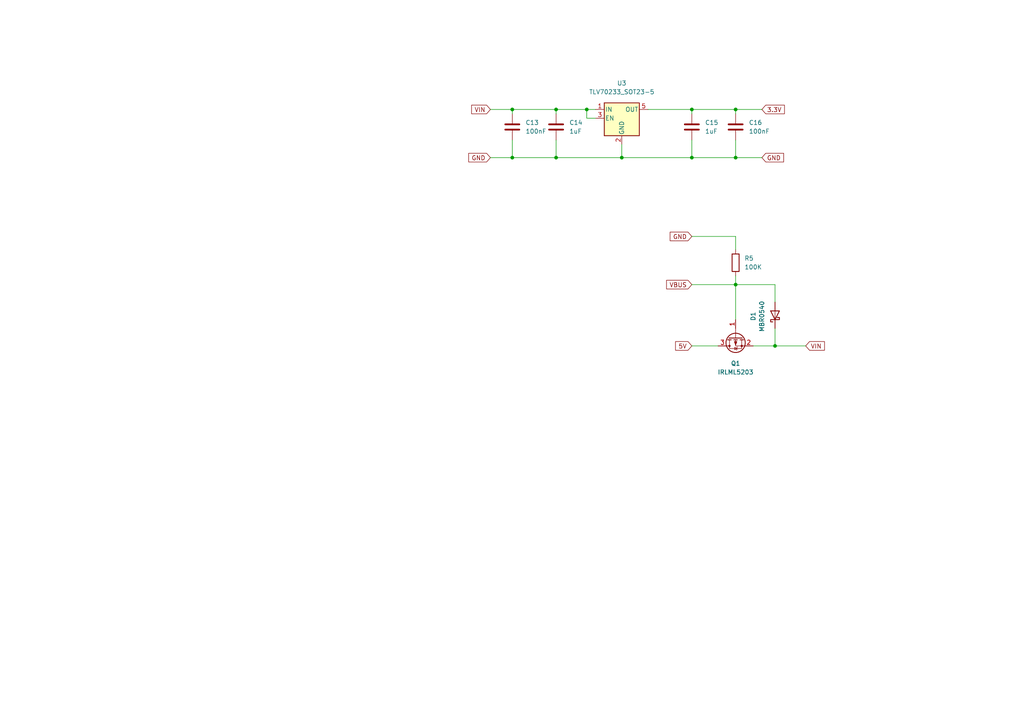
<source format=kicad_sch>
(kicad_sch (version 20211123) (generator eeschema)
  (paper "A4")
  (lib_symbols
    (symbol "Device:C" (pin_numbers hide) (pin_names (offset 0.254))
      (property "Reference" "C" (at 0.635 2.54 0))
      (property "Value" "C" (at 0.635 -2.54 0))
      (symbol "C_0_1"
        (polyline (pts (xy -2.032 -0.762) (xy 2.032 -0.762)) (stroke (width 0.508)))
        (polyline (pts (xy -2.032 0.762) (xy 2.032 0.762)) (stroke (width 0.508)))
      )
      (symbol "C_1_1"
        (pin passive line (at 0 3.81 270) (length 2.794) (name "~") (number "1"))
        (pin passive line (at 0 -3.81 90) (length 2.794) (name "~") (number "2"))
      )
    )
    (symbol "Device:R" (pin_numbers hide) (pin_names (offset 0))
      (property "Reference" "R" (at 2.032 0 90))
      (property "Value" "R" (at 0 0 90))
      (symbol "R_0_1"
        (rectangle (start -1.016 -2.54) (end 1.016 2.54) (stroke (width 0.254)))
      )
      (symbol "R_1_1"
        (pin passive line (at 0 3.81 270) (length 1.27) (name "~") (number "1"))
        (pin passive line (at 0 -3.81 90) (length 1.27) (name "~") (number "2"))
      )
    )
    (symbol "Diode:MBR0540" (pin_numbers hide) (pin_names (offset 1.016) hide)
      (property "Reference" "D" (at 0 2.54 0))
      (property "Value" "MBR0540" (at 0 -2.54 0))
      (symbol "MBR0540_0_1"
        (polyline (pts (xy 1.27 0) (xy -1.27 0)))
        (polyline (pts (xy 1.27 1.27) (xy 1.27 -1.27) (xy -1.27 0) (xy 1.27 1.27)) (stroke (width 0.254)))
        (polyline (pts (xy -1.905 0.635) (xy -1.905 1.27) (xy -1.27 1.27) (xy -1.27 -1.27) (xy -0.635 -1.27) (xy -0.635 -0.635)) (stroke (width 0.254)))
      )
      (symbol "MBR0540_1_1"
        (pin passive line (at -3.81 0 0) (length 2.54) (name "K") (number "1"))
        (pin passive line (at 3.81 0 180) (length 2.54) (name "A") (number "2"))
      )
    )
    (symbol "Regulator_Linear:TLV70233_SOT23-5" (pin_names (offset 0.254))
      (property "Reference" "U" (at -3.81 5.715 0))
      (property "Value" "TLV70233_SOT23-5" (at 0 5.715 0))
      (symbol "TLV70233_SOT23-5_0_1"
        (rectangle (start -5.08 4.445) (end 5.08 -5.08) (stroke (width 0.254)) (fill (type background)))
      )
      (symbol "TLV70233_SOT23-5_1_1"
        (pin power_in line (at -7.62 2.54 0) (length 2.54) (name "IN") (number "1"))
        (pin power_in line (at 0 -7.62 90) (length 2.54) (name "GND") (number "2"))
        (pin input line (at -7.62 0 0) (length 2.54) (name "EN") (number "3"))
        (pin no_connect line (at 5.08 0 180) (length 2.54) hide (name "NC") (number "4"))
        (pin power_out line (at 7.62 2.54 180) (length 2.54) (name "OUT") (number "5"))
      )
    )
    (symbol "Transistor_FET:IRLML5203" (pin_names hide)
      (property "Reference" "Q" (at 5.08 1.905 0))
      (property "Value" "IRLML5203" (at 5.08 0 0))
      (symbol "IRLML5203_0_1"
        (polyline (pts (xy 0.254 0) (xy -2.54 0)))
        (polyline (pts (xy 0.254 1.905) (xy 0.254 -1.905)) (stroke (width 0.254)))
        (polyline (pts (xy 0.762 -1.27) (xy 0.762 -2.286)) (stroke (width 0.254)))
        (polyline (pts (xy 0.762 0.508) (xy 0.762 -0.508)) (stroke (width 0.254)))
        (polyline (pts (xy 0.762 2.286) (xy 0.762 1.27)) (stroke (width 0.254)))
        (polyline (pts (xy 2.54 2.54) (xy 2.54 1.778)))
        (polyline (pts (xy 2.54 -2.54) (xy 2.54 0) (xy 0.762 0)))
        (polyline (pts (xy 0.762 1.778) (xy 3.302 1.778) (xy 3.302 -1.778) (xy 0.762 -1.778)))
        (polyline (pts (xy 2.286 0) (xy 1.27 0.381) (xy 1.27 -0.381) (xy 2.286 0)) (fill (type outline)))
        (polyline (pts (xy 2.794 -0.508) (xy 2.921 -0.381) (xy 3.683 -0.381) (xy 3.81 -0.254)))
        (polyline (pts (xy 3.302 -0.381) (xy 2.921 0.254) (xy 3.683 0.254) (xy 3.302 -0.381)))
        (circle (center 1.651 0) (radius 2.794) (stroke (width 0.254)))
        (circle (center 2.54 -1.778) (radius 0.254) (fill (type outline)))
        (circle (center 2.54 1.778) (radius 0.254) (fill (type outline)))
      )
      (symbol "IRLML5203_1_1"
        (pin input line (at -5.08 0 0) (length 2.54) (name "G") (number "1"))
        (pin passive line (at 2.54 -5.08 90) (length 2.54) (name "S") (number "2"))
        (pin passive line (at 2.54 5.08 270) (length 2.54) (name "D") (number "3"))
      )
    )
  )
  (junction (at 148.59 31.75))
  (junction (at 213.36 31.75))
  (junction (at 161.29 45.72))
  (junction (at 170.18 31.75))
  (junction (at 161.29 31.75))
  (junction (at 213.36 82.55))
  (junction (at 224.79 100.33))
  (junction (at 148.59 45.72))
  (junction (at 180.34 45.72))
  (junction (at 200.66 45.72))
  (junction (at 200.66 31.75))
  (junction (at 213.36 45.72))
  (wire (pts (xy 213.36 45.72) (xy 220.98 45.72)))
  (wire (pts (xy 200.66 31.75) (xy 200.66 33.02)))
  (wire (pts (xy 213.36 82.55) (xy 224.79 82.55)))
  (wire (pts (xy 213.36 31.75) (xy 213.36 33.02)))
  (wire (pts (xy 213.36 80.01) (xy 213.36 82.55)))
  (wire (pts (xy 170.18 31.75) (xy 172.72 31.75)))
  (wire (pts (xy 200.66 40.64) (xy 200.66 45.72)))
  (wire (pts (xy 200.66 68.58) (xy 213.36 68.58)))
  (wire (pts (xy 161.29 40.64) (xy 161.29 45.72)))
  (wire (pts (xy 200.66 100.33) (xy 208.28 100.33)))
  (wire (pts (xy 161.29 31.75) (xy 170.18 31.75)))
  (wire (pts (xy 180.34 41.91) (xy 180.34 45.72)))
  (wire (pts (xy 148.59 31.75) (xy 148.59 33.02)))
  (wire (pts (xy 148.59 40.64) (xy 148.59 45.72)))
  (wire (pts (xy 213.36 31.75) (xy 220.98 31.75)))
  (wire (pts (xy 187.96 31.75) (xy 200.66 31.75)))
  (wire (pts (xy 170.18 31.75) (xy 170.18 34.29)))
  (wire (pts (xy 200.66 31.75) (xy 213.36 31.75)))
  (wire (pts (xy 172.72 34.29) (xy 170.18 34.29)))
  (wire (pts (xy 200.66 82.55) (xy 213.36 82.55)))
  (wire (pts (xy 180.34 45.72) (xy 200.66 45.72)))
  (wire (pts (xy 218.44 100.33) (xy 224.79 100.33)))
  (wire (pts (xy 224.79 82.55) (xy 224.79 87.63)))
  (wire (pts (xy 148.59 45.72) (xy 161.29 45.72)))
  (wire (pts (xy 224.79 95.25) (xy 224.79 100.33)))
  (wire (pts (xy 161.29 45.72) (xy 180.34 45.72)))
  (wire (pts (xy 213.36 40.64) (xy 213.36 45.72)))
  (wire (pts (xy 213.36 72.39) (xy 213.36 68.58)))
  (wire (pts (xy 142.24 31.75) (xy 148.59 31.75)))
  (wire (pts (xy 148.59 31.75) (xy 161.29 31.75)))
  (wire (pts (xy 161.29 31.75) (xy 161.29 33.02)))
  (wire (pts (xy 213.36 82.55) (xy 213.36 92.71)))
  (wire (pts (xy 200.66 45.72) (xy 213.36 45.72)))
  (wire (pts (xy 142.24 45.72) (xy 148.59 45.72)))
  (wire (pts (xy 224.79 100.33) (xy 233.68 100.33)))
  (global_label "GND" (shape input) (at 142.24 45.72 180) (property "Intersheet References" "${INTERSHEET_REFS}" (effects hide)))
  (global_label "GND" (shape input) (at 200.66 68.58 180) (property "Intersheet References" "${INTERSHEET_REFS}" (effects hide)))
  (global_label "3.3V" (shape input) (at 220.98 31.75 0) (property "Intersheet References" "${INTERSHEET_REFS}" (effects hide)))
  (global_label "VBUS" (shape input) (at 200.66 82.55 180) (property "Intersheet References" "${INTERSHEET_REFS}" (effects hide)))
  (global_label "5V" (shape input) (at 200.66 100.33 180) (property "Intersheet References" "${INTERSHEET_REFS}" (effects hide)))
  (global_label "VIN" (shape input) (at 233.68 100.33 0) (property "Intersheet References" "${INTERSHEET_REFS}" (effects hide)))
  (global_label "VIN" (shape input) (at 142.24 31.75 180) (property "Intersheet References" "${INTERSHEET_REFS}" (effects hide)))
  (global_label "GND" (shape input) (at 220.98 45.72 0) (property "Intersheet References" "${INTERSHEET_REFS}" (effects hide)))
  (symbol (lib_id "Device:R") (at 213.36 76.2 0) (unit 1)
    (property "Reference" "R5" (at 215.9 74.9299 0) (effects (justify left)))
    (property "Value" "100K" (at 215.9 77.4699 0) (effects (justify left)))
    (property "Footprint" "Resistor_SMD:R_0603_1608Metric" (effects hide))
  )
  (symbol (lib_id "Diode:MBR0540") (at 224.79 91.44 90) (unit 1)
    (property "Reference" "D1" (at 218.44 91.7575 0))
    (property "Value" "MBR0540" (at 220.98 91.7575 0))
    (property "Footprint" "Diode_SMD:D_SOD-123" (effects hide))
    (property "Datasheet" "http://www.mccsemi.com/up_pdf/MBR0520~MBR0580(SOD123).pdf" (effects hide))
  )
  (symbol (lib_id "Device:C") (at 161.29 36.83 0) (unit 1)
    (property "Reference" "C14" (at 165.1 35.5599 0) (effects (justify left)))
    (property "Value" "1uF" (at 165.1 38.0999 0) (effects (justify left)))
    (property "Footprint" "Capacitor_SMD:C_0603_1608Metric" (effects hide))
  )
  (symbol (lib_id "Regulator_Linear:TLV70233_SOT23-5") (at 180.34 34.29 0) (unit 1)
    (property "Reference" "U3" (at 180.34 24.13 0))
    (property "Value" "TLV70233_SOT23-5" (at 180.34 26.67 0))
    (property "Footprint" "Package_TO_SOT_SMD:SOT-23-5" (effects hide))
    (property "Datasheet" "http://www.ti.com/lit/ds/symlink/tlv702.pdf" (effects hide))
  )
  (symbol (lib_id "Device:C") (at 200.66 36.83 0) (unit 1)
    (property "Reference" "C15" (at 204.47 35.5599 0) (effects (justify left)))
    (property "Value" "1uF" (at 204.47 38.0999 0) (effects (justify left)))
    (property "Footprint" "Capacitor_SMD:C_0603_1608Metric" (effects hide))
  )
  (symbol (lib_id "Device:C") (at 148.59 36.83 0) (unit 1)
    (property "Reference" "C13" (at 152.4 35.5599 0) (effects (justify left)))
    (property "Value" "100nF" (at 152.4 38.0999 0) (effects (justify left)))
    (property "Footprint" "Capacitor_SMD:C_0603_1608Metric" (effects hide))
  )
  (symbol (lib_id "Device:C") (at 213.36 36.83 0) (unit 1)
    (property "Reference" "C16" (at 217.17 35.5599 0) (effects (justify left)))
    (property "Value" "100nF" (at 217.17 38.0999 0) (effects (justify left)))
    (property "Footprint" "Capacitor_SMD:C_0603_1608Metric" (effects hide))
  )
  (symbol (lib_id "Transistor_FET:IRLML5203") (at 213.36 97.79 90) (mirror x) (unit 1)
    (property "Reference" "Q1" (at 213.36 105.41 90))
    (property "Value" "IRLML5203" (at 213.36 107.95 90))
    (property "Footprint" "Package_TO_SOT_SMD:SOT-23" (effects hide))
    (property "Datasheet" "https://www.infineon.com/dgdl/irlml5203pbf.pdf?fileId=5546d462533600a40153566868da261d" (effects hide))
  )
)
</source>
